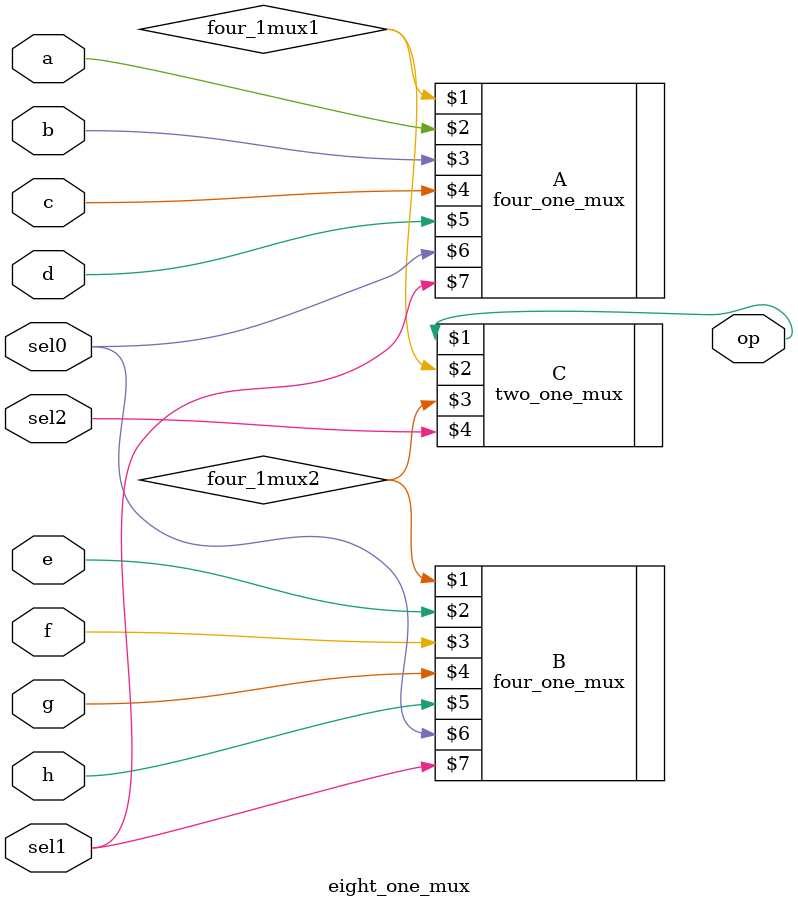
<source format=v>
`timescale 1ns / 1ps
module eight_one_mux(op,a,b,c,d,e,f,g,h,sel0,sel1,sel2);
input a,b,c,d,e,f,g,h,sel0,sel1,sel2;
output op;
wire four_1mux1 , four_1mux2 ;
four_one_mux A(four_1mux1,a,b,c,d,sel0,sel1);
four_one_mux B(four_1mux2,e,f,g,h,sel0,sel1);
two_one_mux C(op,four_1mux1,four_1mux2,sel2);
endmodule

</source>
